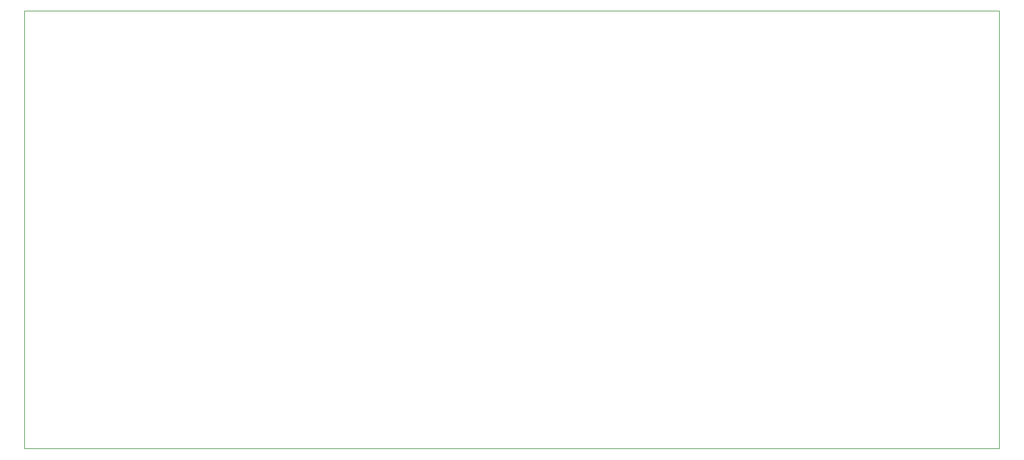
<source format=gbr>
G04 #@! TF.GenerationSoftware,KiCad,Pcbnew,(5.0.1)-3*
G04 #@! TF.CreationDate,2018-11-20T08:18:44-07:00*
G04 #@! TF.ProjectId,MiniSys-Backplane,4D696E695379732D4261636B706C616E,rev?*
G04 #@! TF.SameCoordinates,Original*
G04 #@! TF.FileFunction,Profile,NP*
%FSLAX46Y46*%
G04 Gerber Fmt 4.6, Leading zero omitted, Abs format (unit mm)*
G04 Created by KiCad (PCBNEW (5.0.1)-3) date 11/20/2018 8:18:44 AM*
%MOMM*%
%LPD*%
G01*
G04 APERTURE LIST*
%ADD10C,0.150000*%
G04 APERTURE END LIST*
D10*
X13970000Y-144145000D02*
X13970000Y-23495000D01*
X282575000Y-144145000D02*
X13970000Y-144145000D01*
X282575000Y-23495000D02*
X282575000Y-144145000D01*
X13970000Y-23495000D02*
X282575000Y-23495000D01*
M02*

</source>
